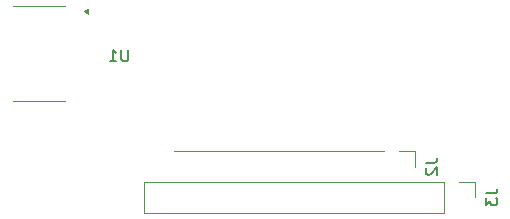
<source format=gbo>
%TF.GenerationSoftware,KiCad,Pcbnew,8.0.7*%
%TF.CreationDate,2025-12-01T14:19:42-05:00*%
%TF.ProjectId,Reflectance_Adapter,5265666c-6563-4746-916e-63655f416461,rev?*%
%TF.SameCoordinates,Original*%
%TF.FileFunction,Legend,Bot*%
%TF.FilePolarity,Positive*%
%FSLAX46Y46*%
G04 Gerber Fmt 4.6, Leading zero omitted, Abs format (unit mm)*
G04 Created by KiCad (PCBNEW 8.0.7) date 2025-12-01 14:19:42*
%MOMM*%
%LPD*%
G01*
G04 APERTURE LIST*
%ADD10C,0.150000*%
%ADD11C,0.120000*%
G04 APERTURE END LIST*
D10*
X143378819Y-104626665D02*
X144093104Y-104626665D01*
X144093104Y-104626665D02*
X144235961Y-104579046D01*
X144235961Y-104579046D02*
X144331200Y-104483808D01*
X144331200Y-104483808D02*
X144378819Y-104340951D01*
X144378819Y-104340951D02*
X144378819Y-104245713D01*
X143474057Y-105055237D02*
X143426438Y-105102856D01*
X143426438Y-105102856D02*
X143378819Y-105198094D01*
X143378819Y-105198094D02*
X143378819Y-105436189D01*
X143378819Y-105436189D02*
X143426438Y-105531427D01*
X143426438Y-105531427D02*
X143474057Y-105579046D01*
X143474057Y-105579046D02*
X143569295Y-105626665D01*
X143569295Y-105626665D02*
X143664533Y-105626665D01*
X143664533Y-105626665D02*
X143807390Y-105579046D01*
X143807390Y-105579046D02*
X144378819Y-105007618D01*
X144378819Y-105007618D02*
X144378819Y-105626665D01*
X148467081Y-107204308D02*
X149181366Y-107204308D01*
X149181366Y-107204308D02*
X149324223Y-107156689D01*
X149324223Y-107156689D02*
X149419462Y-107061451D01*
X149419462Y-107061451D02*
X149467081Y-106918594D01*
X149467081Y-106918594D02*
X149467081Y-106823356D01*
X148467081Y-107585261D02*
X148467081Y-108204308D01*
X148467081Y-108204308D02*
X148848033Y-107870975D01*
X148848033Y-107870975D02*
X148848033Y-108013832D01*
X148848033Y-108013832D02*
X148895652Y-108109070D01*
X148895652Y-108109070D02*
X148943271Y-108156689D01*
X148943271Y-108156689D02*
X149038509Y-108204308D01*
X149038509Y-108204308D02*
X149276604Y-108204308D01*
X149276604Y-108204308D02*
X149371842Y-108156689D01*
X149371842Y-108156689D02*
X149419462Y-108109070D01*
X149419462Y-108109070D02*
X149467081Y-108013832D01*
X149467081Y-108013832D02*
X149467081Y-107728118D01*
X149467081Y-107728118D02*
X149419462Y-107632880D01*
X149419462Y-107632880D02*
X149371842Y-107585261D01*
X118199404Y-95029819D02*
X118199404Y-95839342D01*
X118199404Y-95839342D02*
X118151785Y-95934580D01*
X118151785Y-95934580D02*
X118104166Y-95982200D01*
X118104166Y-95982200D02*
X118008928Y-96029819D01*
X118008928Y-96029819D02*
X117818452Y-96029819D01*
X117818452Y-96029819D02*
X117723214Y-95982200D01*
X117723214Y-95982200D02*
X117675595Y-95934580D01*
X117675595Y-95934580D02*
X117627976Y-95839342D01*
X117627976Y-95839342D02*
X117627976Y-95029819D01*
X116627976Y-96029819D02*
X117199404Y-96029819D01*
X116913690Y-96029819D02*
X116913690Y-95029819D01*
X116913690Y-95029819D02*
X117008928Y-95172676D01*
X117008928Y-95172676D02*
X117104166Y-95267914D01*
X117104166Y-95267914D02*
X117199404Y-95315533D01*
D11*
%TO.C,J2*%
X122044000Y-103629999D02*
X139884000Y-103629999D01*
X141154000Y-103629999D02*
X142484000Y-103629999D01*
X142484000Y-103629999D02*
X142484000Y-104959999D01*
%TO.C,J3*%
X119512262Y-106207642D02*
X119512262Y-108867642D01*
X119512262Y-106207642D02*
X144972262Y-106207642D01*
X119512262Y-108867642D02*
X144972262Y-108867642D01*
X144972262Y-106207642D02*
X144972262Y-108867642D01*
X146242262Y-106207642D02*
X147572262Y-106207642D01*
X147572262Y-106207642D02*
X147572262Y-107537642D01*
%TO.C,U1*%
X108437500Y-91340000D02*
X110637500Y-91340000D01*
X108437500Y-99410000D02*
X110637500Y-99410000D01*
X112837500Y-91340000D02*
X110637500Y-91340000D01*
X112837500Y-99410000D02*
X110637500Y-99410000D01*
X114827500Y-92040000D02*
X114497500Y-91800000D01*
X114827500Y-91560000D01*
X114827500Y-92040000D01*
G36*
X114827500Y-92040000D02*
G01*
X114497500Y-91800000D01*
X114827500Y-91560000D01*
X114827500Y-92040000D01*
G37*
%TD*%
M02*

</source>
